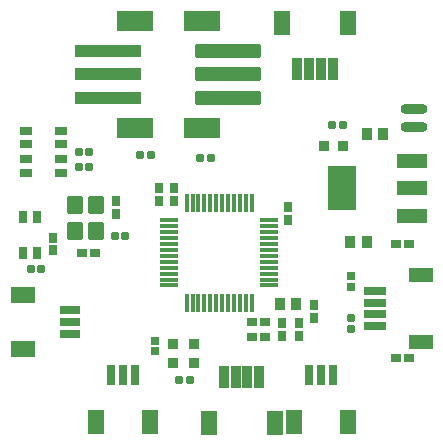
<source format=gts>
G04 Layer: TopSolderMaskLayer*
G04 EasyEDA v6.5.40, 2024-02-08 20:30:12*
G04 8a8f0ff451d84adea016c743fcc8db9f,2e16165ee3bb4678bfb3015e44e098b9,10*
G04 Gerber Generator version 0.2*
G04 Scale: 100 percent, Rotated: No, Reflected: No *
G04 Dimensions in millimeters *
G04 leading zeros omitted , absolute positions ,4 integer and 5 decimal *
%FSLAX45Y45*%
%MOMM*%

%AMMACRO1*1,1,$1,$2,$3*1,1,$1,$4,$5*1,1,$1,0-$2,0-$3*1,1,$1,0-$4,0-$5*20,1,$1,$2,$3,$4,$5,0*20,1,$1,$4,$5,0-$2,0-$3,0*20,1,$1,0-$2,0-$3,0-$4,0-$5,0*20,1,$1,0-$4,0-$5,$2,$3,0*4,1,4,$2,$3,$4,$5,0-$2,0-$3,0-$4,0-$5,$2,$3,0*%
%ADD10R,5.6016X1.1016*%
%ADD11R,3.1016X1.7016*%
%ADD12MACRO1,0.1016X2.75X0.5X2.75X-0.5*%
%ADD13MACRO1,0.1016X1.5X0.8X1.5X-0.8*%
%ADD14MACRO1,0.1X0.35X-0.9X-0.35X-0.9*%
%ADD15MACRO1,0.1X0.6X-1X-0.6X-1*%
%ADD16MACRO1,0.1016X-0.395X-0.27X-0.395X0.27*%
%ADD17MACRO1,0.1016X0.395X-0.27X0.395X0.27*%
%ADD18R,0.6416X0.8917*%
%ADD19MACRO1,0.1016X-0.27X0.395X0.27X0.395*%
%ADD20MACRO1,0.1016X-0.27X-0.395X0.27X-0.395*%
%ADD21MACRO1,0.1016X0.4X-0.432X-0.4X-0.432*%
%ADD22MACRO1,0.1016X0.4X-0.4X-0.4X-0.4*%
%ADD23R,0.9016X0.9016*%
%ADD24MACRO1,0.1016X-0.2828X-0.27X-0.2828X0.27*%
%ADD25MACRO1,0.1016X0.2828X-0.27X0.2828X0.27*%
%ADD26MACRO1,0.1016X0.3X0.45X0.3X-0.45*%
%ADD27R,0.7016X1.0016*%
%ADD28MACRO1,0.1016X-0.45X0.3X0.45X0.3*%
%ADD29MACRO1,0.1016X0.45X-0.3X-0.45X-0.3*%
%ADD30MACRO1,0.1016X0.6X0.7X0.6X-0.7*%
%ADD31MACRO1,0.1016X0.4X-0.45X-0.4X-0.45*%
%ADD32MACRO1,0.1016X-0.4X0.45X0.4X0.45*%
%ADD33MACRO1,0.1016X0.395X0.27X0.395X-0.27*%
%ADD34MACRO1,0.1016X-0.395X0.27X-0.395X-0.27*%
%ADD35R,1.9000X0.8000*%
%ADD36R,2.1000X1.3000*%
%ADD37MACRO1,0.1X1X0.6X1X-0.6*%
%ADD38MACRO1,0.1X0.8X0.3X0.8X-0.3*%
%ADD39MACRO1,0.1X-0.6X1X0.6X1*%
%ADD40MACRO1,0.1X-0.3X0.8X0.3X0.8*%
%ADD41MACRO1,0.1X-0.35X0.9X0.35X0.9*%
%ADD42MACRO1,0.1016X-0.27X0.2828X0.27X0.2828*%
%ADD43MACRO1,0.1016X-0.27X-0.2828X0.27X-0.2828*%
%ADD44R,0.6416X0.6673*%
%ADD45MACRO1,0.1016X0.2828X0.27X0.2828X-0.27*%
%ADD46MACRO1,0.1016X-0.2828X0.27X-0.2828X-0.27*%
%ADD47MACRO1,0.1016X-1.25X0.55X1.25X0.55*%
%ADD48MACRO1,0.1016X1.17X1.8X1.17X-1.8*%
%ADD49O,2.3015956X0.9015984*%
%ADD50O,1.6000222X0.3700272*%
%ADD51O,0.3700272X1.6000222*%

%LPD*%
D10*
G01*
X863600Y3073400D03*
G01*
X863600Y3273399D03*
G01*
X863600Y2873400D03*
D11*
G01*
X1088593Y3523386D03*
G01*
X1088593Y2623388D03*
D12*
G01*
X1879599Y3073400D03*
G01*
X1879599Y2873400D03*
G01*
X1879599Y3273399D03*
D13*
G01*
X1654599Y2623400D03*
G01*
X1654597Y3523399D03*
D14*
G01*
X2766202Y3119704D03*
G01*
X2666202Y3119704D03*
G01*
X2566202Y3119704D03*
D15*
G01*
X2336192Y3509700D03*
G01*
X2896204Y3509700D03*
D14*
G01*
X2466202Y3119701D03*
D16*
G01*
X3407305Y1638300D03*
D17*
G01*
X3298294Y1638300D03*
D16*
G01*
X3407305Y673100D03*
D17*
G01*
X3298294Y673100D03*
D16*
G01*
X2188105Y850900D03*
D17*
G01*
X2079094Y850900D03*
D18*
G01*
X2387600Y1946808D03*
G01*
X2387600Y1837791D03*
D19*
G01*
X1422400Y2002894D03*
D20*
G01*
X1422400Y2111905D03*
D19*
G01*
X1295400Y2002894D03*
D20*
G01*
X1295400Y2111905D03*
D16*
G01*
X2188105Y977900D03*
D17*
G01*
X2079094Y977900D03*
D21*
G01*
X2317600Y1130312D03*
G01*
X2457599Y1130312D03*
D22*
G01*
X1410047Y631243D03*
G01*
X1409346Y791143D03*
G01*
X1587847Y631243D03*
G01*
X1587146Y791143D03*
D23*
G01*
X2688640Y2463444D03*
G01*
X2848533Y2464155D03*
D24*
G01*
X297282Y1422400D03*
D25*
G01*
X210717Y1422400D03*
D26*
G01*
X260705Y1864499D03*
G01*
X145694Y1864499D03*
D27*
G01*
X145694Y1564487D03*
G01*
X260705Y1564487D03*
D28*
G01*
X167500Y2597505D03*
G01*
X167500Y2482494D03*
D29*
G01*
X467499Y2482484D03*
G01*
X467499Y2597495D03*
G01*
X467499Y2241194D03*
G01*
X467499Y2356205D03*
D28*
G01*
X167500Y2356215D03*
G01*
X167500Y2241204D03*
D30*
G01*
X585609Y1964199D03*
G01*
X585609Y1744200D03*
G01*
X760615Y1744200D03*
G01*
X760610Y1964199D03*
D31*
G01*
X2914500Y1651000D03*
G01*
X3054499Y1651000D03*
D32*
G01*
X3194199Y2565400D03*
G01*
X3054200Y2565400D03*
D18*
G01*
X927100Y1997608D03*
G01*
X927100Y1888591D03*
D33*
G01*
X643994Y1562100D03*
D34*
G01*
X753005Y1562100D03*
D19*
G01*
X393700Y1583794D03*
D20*
G01*
X393700Y1692805D03*
D18*
G01*
X2476500Y968908D03*
G01*
X2476500Y859891D03*
G01*
X2336800Y968908D03*
G01*
X2336800Y859891D03*
G01*
X2603500Y1121308D03*
G01*
X2603500Y1012291D03*
D35*
G01*
X3119704Y942187D03*
G01*
X3119704Y1042187D03*
G01*
X3119704Y1142187D03*
D36*
G01*
X3509695Y1372209D03*
G01*
X3509695Y812190D03*
D35*
G01*
X3119704Y1242187D03*
D37*
G01*
X142897Y1207902D03*
G01*
X142902Y747900D03*
D38*
G01*
X542899Y877900D03*
G01*
X542899Y977900D03*
G01*
X542899Y1077899D03*
D39*
G01*
X760597Y130197D03*
G01*
X1220599Y130202D03*
D40*
G01*
X1090599Y530199D03*
G01*
X990600Y530199D03*
G01*
X890600Y530199D03*
D39*
G01*
X2436997Y130197D03*
G01*
X2896999Y130202D03*
D40*
G01*
X2766999Y530199D03*
G01*
X2667000Y530199D03*
G01*
X2567000Y530199D03*
D41*
G01*
X1843897Y512495D03*
G01*
X1943897Y512495D03*
G01*
X2043897Y512495D03*
D39*
G01*
X2273907Y122499D03*
G01*
X1713895Y122499D03*
D41*
G01*
X2143897Y512498D03*
D42*
G01*
X2921000Y921917D03*
D43*
G01*
X2921000Y1008482D03*
D44*
G01*
X2921000Y1364081D03*
G01*
X2921000Y1277518D03*
D24*
G01*
X1224382Y2387600D03*
D25*
G01*
X1137817Y2387600D03*
D24*
G01*
X1732382Y2362200D03*
D25*
G01*
X1645817Y2362200D03*
D24*
G01*
X2849982Y2641600D03*
D25*
G01*
X2763417Y2641600D03*
D45*
G01*
X921917Y1701800D03*
D46*
G01*
X1008482Y1701800D03*
D47*
G01*
X3433893Y1878202D03*
G01*
X3433893Y2108200D03*
G01*
X3433893Y2338197D03*
D48*
G01*
X2839897Y2108200D03*
D24*
G01*
X703682Y2413000D03*
D25*
G01*
X617117Y2413000D03*
D24*
G01*
X703682Y2286000D03*
D25*
G01*
X617117Y2286000D03*
D44*
G01*
X1257300Y817981D03*
G01*
X1257300Y731418D03*
D45*
G01*
X1468017Y482600D03*
D46*
G01*
X1554582Y482600D03*
D49*
G01*
X3454400Y2628900D03*
G01*
X3454400Y2778912D03*
D50*
G01*
X1378407Y1837105D03*
G01*
X1378407Y1787093D03*
G01*
X1378407Y1737105D03*
G01*
X1378407Y1687093D03*
G01*
X1378407Y1637106D03*
G01*
X1378407Y1587093D03*
G01*
X1378407Y1537106D03*
G01*
X1378407Y1487093D03*
G01*
X1378407Y1437106D03*
G01*
X1378407Y1387094D03*
G01*
X1378407Y1337106D03*
G01*
X1378407Y1287094D03*
D51*
G01*
X1528394Y1137107D03*
G01*
X1578406Y1137107D03*
G01*
X1628394Y1137107D03*
G01*
X1678406Y1137107D03*
G01*
X1728393Y1137107D03*
G01*
X1778406Y1137107D03*
G01*
X1828393Y1137107D03*
G01*
X1878406Y1137107D03*
G01*
X1928393Y1137107D03*
G01*
X1978406Y1137107D03*
G01*
X2028393Y1137107D03*
G01*
X2078405Y1137107D03*
D50*
G01*
X2228392Y1287094D03*
G01*
X2228392Y1337106D03*
G01*
X2228392Y1387094D03*
G01*
X2228392Y1437106D03*
G01*
X2228392Y1487093D03*
G01*
X2228392Y1537106D03*
G01*
X2228392Y1587093D03*
G01*
X2228392Y1637106D03*
G01*
X2228392Y1687093D03*
G01*
X2228392Y1737105D03*
G01*
X2228392Y1787093D03*
G01*
X2228392Y1837105D03*
D51*
G01*
X2078405Y1987092D03*
G01*
X2028393Y1987092D03*
G01*
X1978406Y1987092D03*
G01*
X1928393Y1987092D03*
G01*
X1878406Y1987092D03*
G01*
X1828393Y1987092D03*
G01*
X1778406Y1987092D03*
G01*
X1728393Y1987092D03*
G01*
X1678406Y1987092D03*
G01*
X1628394Y1987092D03*
G01*
X1578406Y1987092D03*
G01*
X1528394Y1987092D03*
M02*

</source>
